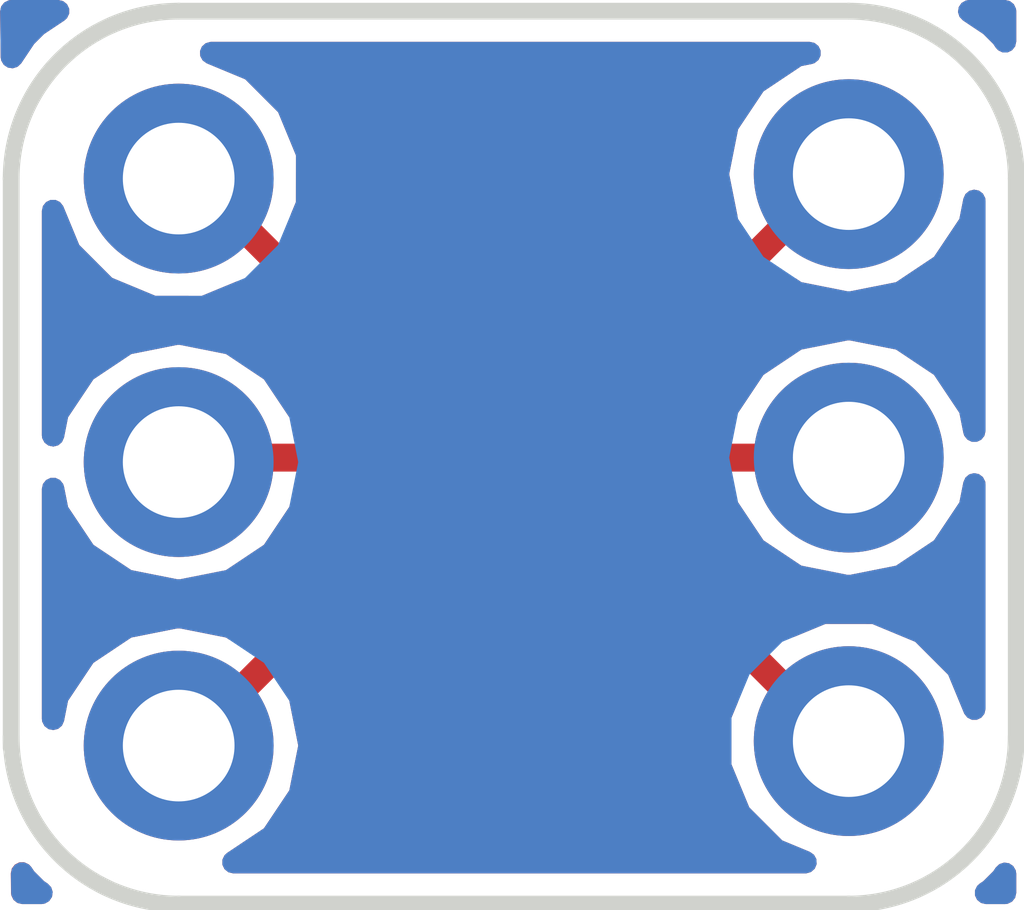
<source format=kicad_pcb>
(kicad_pcb (version 4) (host pcbnew 4.0.7)

  (general
    (links 0)
    (no_connects 6)
    (area 0 0 0 0)
    (thickness 1.6)
    (drawings 8)
    (tracks 15)
    (zones 0)
    (modules 4)
    (nets 7)
  )

  (page A4)
  (layers
    (0 F.Cu signal)
    (31 B.Cu signal)
    (32 B.Adhes user)
    (33 F.Adhes user)
    (34 B.Paste user)
    (35 F.Paste user)
    (36 B.SilkS user)
    (37 F.SilkS user)
    (38 B.Mask user)
    (39 F.Mask user)
    (40 Dwgs.User user)
    (41 Cmts.User user)
    (42 Eco1.User user)
    (43 Eco2.User user)
    (44 Edge.Cuts user)
    (45 Margin user)
    (46 B.CrtYd user)
    (47 F.CrtYd user)
    (48 B.Fab user)
    (49 F.Fab user)
  )

  (setup
    (last_trace_width 0.25)
    (trace_clearance 0.2)
    (zone_clearance 0.508)
    (zone_45_only no)
    (trace_min 0.2)
    (segment_width 0.2)
    (edge_width 0.15)
    (via_size 0.6)
    (via_drill 0.4)
    (via_min_size 0.4)
    (via_min_drill 0.3)
    (uvia_size 0.3)
    (uvia_drill 0.1)
    (uvias_allowed no)
    (uvia_min_size 0.2)
    (uvia_min_drill 0.1)
    (pcb_text_width 0.3)
    (pcb_text_size 1.5 1.5)
    (mod_edge_width 0.15)
    (mod_text_size 1 1)
    (mod_text_width 0.15)
    (pad_size 1.524 1.524)
    (pad_drill 0.762)
    (pad_to_mask_clearance 0)
    (aux_axis_origin 0 0)
    (visible_elements FFFFFF7F)
    (pcbplotparams
      (layerselection 0x00030_80000001)
      (usegerberextensions false)
      (excludeedgelayer true)
      (linewidth 0.100000)
      (plotframeref false)
      (viasonmask false)
      (mode 1)
      (useauxorigin false)
      (hpglpennumber 1)
      (hpglpenspeed 20)
      (hpglpendiameter 15)
      (hpglpenoverlay 2)
      (psnegative false)
      (psa4output false)
      (plotreference true)
      (plotvalue true)
      (plotinvisibletext false)
      (padsonsilk false)
      (subtractmaskfromsilk false)
      (outputformat 1)
      (mirror false)
      (drillshape 1)
      (scaleselection 1)
      (outputdirectory ""))
  )

  (net 0 "")
  (net 1 "Net-(J1-Pad1)")
  (net 2 "Net-(J1-Pad2)")
  (net 3 "Net-(J1-Pad3)")
  (net 4 "Net-(J2-Pad1)")
  (net 5 "Net-(J2-Pad2)")
  (net 6 "Net-(J2-Pad3)")

  (net_class Default "This is the default net class."
    (clearance 0.2)
    (trace_width 0.25)
    (via_dia 0.6)
    (via_drill 0.4)
    (uvia_dia 0.3)
    (uvia_drill 0.1)
    (add_net "Net-(J1-Pad1)")
    (add_net "Net-(J1-Pad2)")
    (add_net "Net-(J1-Pad3)")
    (add_net "Net-(J2-Pad1)")
    (add_net "Net-(J2-Pad2)")
    (add_net "Net-(J2-Pad3)")
  )

  (module TO_SOT_Packages_SMD:SOT-23-6 (layer F.Cu) (tedit 5B5AC8F4) (tstamp 5B5AC85A)
    (at 145 104.5)
    (descr "6-pin SOT-23 package")
    (tags SOT-23-6)
    (path /5B5AC660)
    (attr smd)
    (fp_text reference U1 (at 0 -2.9) (layer F.SilkS) hide
      (effects (font (size 1 1) (thickness 0.15)))
    )
    (fp_text value ATTINY10-TS (at 0 2.9) (layer F.Fab) hide
      (effects (font (size 1 1) (thickness 0.15)))
    )
    (pad 1 smd rect (at -1.1 -0.95) (size 1.06 0.65) (layers F.Cu F.Paste F.Mask)
      (net 1 "Net-(J1-Pad1)"))
    (pad 2 smd rect (at -1.1 0) (size 1.06 0.65) (layers F.Cu F.Paste F.Mask)
      (net 2 "Net-(J1-Pad2)"))
    (pad 3 smd rect (at -1.1 0.95) (size 1.06 0.65) (layers F.Cu F.Paste F.Mask)
      (net 3 "Net-(J1-Pad3)"))
    (pad 4 smd rect (at 1.1 0.95) (size 1.06 0.65) (layers F.Cu F.Paste F.Mask)
      (net 4 "Net-(J2-Pad1)"))
    (pad 6 smd rect (at 1.1 -0.95) (size 1.06 0.65) (layers F.Cu F.Paste F.Mask)
      (net 6 "Net-(J2-Pad3)"))
    (pad 5 smd rect (at 1.1 0) (size 1.06 0.65) (layers F.Cu F.Paste F.Mask)
      (net 5 "Net-(J2-Pad2)"))
    (model ${KISYS3DMOD}/TO_SOT_Packages_SMD.3dshapes/SOT-23-6.wrl
      (at (xyz 0 0 0))
      (scale (xyz 1 1 1))
      (rotate (xyz 0 0 0))
    )
  )

  (module Pin_Headers:Pin_Header_Straight_1x03_Pitch2.54mm (layer F.Cu) (tedit 5B5AC8D1) (tstamp 5B5AC850)
    (at 148 107.04 180)
    (descr "Through hole straight pin header, 1x03, 2.54mm pitch, single row")
    (tags "Through hole pin header THT 1x03 2.54mm single row")
    (path /5B5AC6F6)
    (fp_text reference J2 (at 0 -2.33 180) (layer F.SilkS) hide
      (effects (font (size 1 1) (thickness 0.15)))
    )
    (fp_text value CONN_03JST-PTH (at 0 7.41 180) (layer F.Fab) hide
      (effects (font (size 1 1) (thickness 0.15)))
    )
    (pad 1 thru_hole circle (at 0 0 180) (size 1.7 1.7) (drill 1) (layers *.Cu *.Mask)
      (net 4 "Net-(J2-Pad1)"))
    (pad 2 thru_hole oval (at 0 2.54 180) (size 1.7 1.7) (drill 1) (layers *.Cu *.Mask)
      (net 5 "Net-(J2-Pad2)"))
    (pad 3 thru_hole oval (at 0 5.08 180) (size 1.7 1.7) (drill 1) (layers *.Cu *.Mask)
      (net 6 "Net-(J2-Pad3)"))
    (model ${KISYS3DMOD}/Pin_Headers.3dshapes/Pin_Header_Straight_1x03_Pitch2.54mm.wrl
      (at (xyz 0 0 0))
      (scale (xyz 1 1 1))
      (rotate (xyz 0 0 0))
    )
  )

  (module Pin_Headers:Pin_Header_Straight_1x03_Pitch2.54mm (layer F.Cu) (tedit 5B5AC89B) (tstamp 5B5AC849)
    (at 142 102)
    (descr "Through hole straight pin header, 1x03, 2.54mm pitch, single row")
    (tags "Through hole pin header THT 1x03 2.54mm single row")
    (path /5B5AC72C)
    (fp_text reference J1 (at 0 -2.33) (layer F.SilkS) hide
      (effects (font (size 1 1) (thickness 0.15)))
    )
    (fp_text value CONN_03JST-PTH (at 0 7.41) (layer F.Fab) hide
      (effects (font (size 1 1) (thickness 0.15)))
    )
    (pad 1 thru_hole circle (at 0 0) (size 1.7 1.7) (drill 1) (layers *.Cu *.Mask)
      (net 1 "Net-(J1-Pad1)"))
    (pad 2 thru_hole oval (at 0 2.54) (size 1.7 1.7) (drill 1) (layers *.Cu *.Mask)
      (net 2 "Net-(J1-Pad2)"))
    (pad 3 thru_hole oval (at 0 5.08) (size 1.7 1.7) (drill 1) (layers *.Cu *.Mask)
      (net 3 "Net-(J1-Pad3)"))
    (model ${KISYS3DMOD}/Pin_Headers.3dshapes/Pin_Header_Straight_1x03_Pitch2.54mm.wrl
      (at (xyz 0 0 0))
      (scale (xyz 1 1 1))
      (rotate (xyz 0 0 0))
    )
  )

  (module LOGO:logomini (layer B.Cu) (tedit 0) (tstamp 5B5ACC94)
    (at 145 104.4 270)
    (fp_text reference G*** (at 0 0 270) (layer B.SilkS) hide
      (effects (font (thickness 0.3)) (justify mirror))
    )
    (fp_text value LOGO (at 0.75 0 270) (layer B.SilkS) hide
      (effects (font (thickness 0.3)) (justify mirror))
    )
    (fp_poly (pts (xy -0.198041 -0.713978) (xy -0.197843 -1.190029) (xy -0.098822 -1.190228) (xy 0.000198 -1.190426)
      (xy 0.000198 -1.38926) (xy -0.396789 -1.38936) (xy -0.418854 -1.389365) (xy -0.440139 -1.38937)
      (xy -0.460654 -1.389374) (xy -0.480414 -1.389378) (xy -0.499429 -1.389381) (xy -0.517713 -1.389384)
      (xy -0.535278 -1.389386) (xy -0.552136 -1.389387) (xy -0.598597 -1.389387) (xy -0.612754 -1.389386)
      (xy -0.626267 -1.389384) (xy -0.639148 -1.389381) (xy -0.65141 -1.389377) (xy -0.663065 -1.389373)
      (xy -0.674125 -1.389369) (xy -0.684604 -1.389363) (xy -0.694514 -1.389357) (xy -0.703866 -1.38935)
      (xy -0.712674 -1.389342) (xy -0.72095 -1.389333) (xy -0.728707 -1.389323) (xy -0.735956 -1.389313)
      (xy -0.742711 -1.389302) (xy -0.748983 -1.38929) (xy -0.754786 -1.389277) (xy -0.760132 -1.389264)
      (xy -0.765032 -1.389249) (xy -0.769501 -1.389234) (xy -0.773549 -1.389217) (xy -0.777191 -1.3892)
      (xy -0.780437 -1.389182) (xy -0.783301 -1.389163) (xy -0.785795 -1.389142) (xy -0.787931 -1.389121)
      (xy -0.789722 -1.389099) (xy -0.791181 -1.389076) (xy -0.79232 -1.389052) (xy -0.793151 -1.389027)
      (xy -0.793686 -1.389001) (xy -0.793939 -1.388974) (xy -0.793964 -1.388963) (xy -0.79398 -1.388527)
      (xy -0.793995 -1.387331) (xy -0.794009 -1.38541) (xy -0.794022 -1.382796) (xy -0.794034 -1.379523)
      (xy -0.794044 -1.375627) (xy -0.794053 -1.371139) (xy -0.79406 -1.366096) (xy -0.794066 -1.360529)
      (xy -0.794071 -1.354473) (xy -0.794074 -1.347962) (xy -0.794076 -1.34103) (xy -0.794076 -1.333711)
      (xy -0.794075 -1.326038) (xy -0.794072 -1.318045) (xy -0.794067 -1.309766) (xy -0.794061 -1.301236)
      (xy -0.794054 -1.292487) (xy -0.794051 -1.289446) (xy -0.793949 -1.190426) (xy -0.694929 -1.190228)
      (xy -0.595908 -1.190029) (xy -0.59571 -0.713978) (xy -0.595511 -0.237926) (xy -0.19824 -0.237926)
      (xy -0.198041 -0.713978)) (layer B.Mask) (width 0.01))
    (fp_poly (pts (xy 0.794146 -0.713978) (xy 0.794345 -1.190029) (xy 0.893365 -1.190228) (xy 0.992385 -1.190426)
      (xy 0.992385 -1.38926) (xy 0.595399 -1.38936) (xy 0.573333 -1.389365) (xy 0.552049 -1.38937)
      (xy 0.531533 -1.389374) (xy 0.511774 -1.389378) (xy 0.492759 -1.389381) (xy 0.474475 -1.389384)
      (xy 0.45691 -1.389386) (xy 0.440051 -1.389387) (xy 0.393591 -1.389387) (xy 0.379434 -1.389386)
      (xy 0.365921 -1.389384) (xy 0.35304 -1.389381) (xy 0.340778 -1.389377) (xy 0.329123 -1.389373)
      (xy 0.318062 -1.389369) (xy 0.307583 -1.389363) (xy 0.297674 -1.389357) (xy 0.288321 -1.38935)
      (xy 0.279513 -1.389342) (xy 0.271237 -1.389333) (xy 0.263481 -1.389323) (xy 0.256232 -1.389313)
      (xy 0.249477 -1.389302) (xy 0.243204 -1.38929) (xy 0.237402 -1.389277) (xy 0.232056 -1.389264)
      (xy 0.227155 -1.389249) (xy 0.222687 -1.389234) (xy 0.218638 -1.389217) (xy 0.214997 -1.3892)
      (xy 0.21175 -1.389182) (xy 0.208887 -1.389163) (xy 0.206393 -1.389142) (xy 0.204256 -1.389121)
      (xy 0.202465 -1.389099) (xy 0.201006 -1.389076) (xy 0.199868 -1.389052) (xy 0.199037 -1.389027)
      (xy 0.198501 -1.389001) (xy 0.198248 -1.388974) (xy 0.198224 -1.388963) (xy 0.198207 -1.388527)
      (xy 0.198192 -1.387331) (xy 0.198178 -1.38541) (xy 0.198165 -1.382796) (xy 0.198154 -1.379523)
      (xy 0.198144 -1.375627) (xy 0.198135 -1.371139) (xy 0.198127 -1.366096) (xy 0.198121 -1.360529)
      (xy 0.198117 -1.354473) (xy 0.198113 -1.347962) (xy 0.198112 -1.34103) (xy 0.198111 -1.333711)
      (xy 0.198113 -1.326038) (xy 0.198116 -1.318045) (xy 0.19812 -1.309766) (xy 0.198126 -1.301236)
      (xy 0.198134 -1.292487) (xy 0.198137 -1.289446) (xy 0.198239 -1.190426) (xy 0.297259 -1.190228)
      (xy 0.396279 -1.190029) (xy 0.396478 -0.713978) (xy 0.396676 -0.237926) (xy 0.793948 -0.237926)
      (xy 0.794146 -0.713978)) (layer B.Mask) (width 0.01))
    (fp_poly (pts (xy 1.587698 -1.190823) (xy 1.488368 -1.190923) (xy 1.477515 -1.190933) (xy 1.467432 -1.190941)
      (xy 1.458092 -1.190947) (xy 1.449472 -1.19095) (xy 1.441546 -1.190951) (xy 1.434289 -1.190949)
      (xy 1.427677 -1.190944) (xy 1.421685 -1.190936) (xy 1.416287 -1.190926) (xy 1.411459 -1.190912)
      (xy 1.407176 -1.190896) (xy 1.403414 -1.190876) (xy 1.400147 -1.190852) (xy 1.39735 -1.190826)
      (xy 1.394999 -1.190795) (xy 1.393068 -1.190762) (xy 1.391533 -1.190724) (xy 1.39037 -1.190682)
      (xy 1.389552 -1.190637) (xy 1.389056 -1.190588) (xy 1.388856 -1.190534) (xy 1.38885 -1.190526)
      (xy 1.388833 -1.19009) (xy 1.388815 -1.188894) (xy 1.388797 -1.186973) (xy 1.388779 -1.184359)
      (xy 1.388762 -1.181087) (xy 1.388744 -1.177191) (xy 1.388726 -1.172706) (xy 1.388708 -1.167663)
      (xy 1.388691 -1.162099) (xy 1.388674 -1.156046) (xy 1.388658 -1.149539) (xy 1.388642 -1.142611)
      (xy 1.388627 -1.135297) (xy 1.388613 -1.12763) (xy 1.3886 -1.119645) (xy 1.388588 -1.111374)
      (xy 1.388577 -1.102853) (xy 1.388567 -1.094115) (xy 1.388564 -1.091406) (xy 1.388467 -0.992782)
      (xy 1.110853 -0.992584) (xy 0.833239 -0.992385) (xy 0.833239 -0.595114) (xy 1.110853 -0.594915)
      (xy 1.388467 -0.594717) (xy 1.388665 -0.495696) (xy 1.388864 -0.396676) (xy 1.587698 -0.396676)
      (xy 1.587698 -1.190823)) (layer B.Mask) (width 0.01))
    (fp_poly (pts (xy -0.634802 0.595115) (xy -0.818754 0.594877) (xy -0.830808 0.594861) (xy -0.842667 0.594844)
      (xy -0.854305 0.594826) (xy -0.865698 0.594808) (xy -0.876821 0.594789) (xy -0.887648 0.59477)
      (xy -0.898155 0.59475) (xy -0.908316 0.594729) (xy -0.918108 0.594709) (xy -0.927504 0.594688)
      (xy -0.936481 0.594667) (xy -0.945012 0.594646) (xy -0.953074 0.594624) (xy -0.960641 0.594603)
      (xy -0.967689 0.594582) (xy -0.974191 0.594561) (xy -0.980125 0.59454) (xy -0.985463 0.594519)
      (xy -0.990183 0.594499) (xy -0.994258 0.594479) (xy -0.997663 0.594459) (xy -1.000375 0.59444)
      (xy -1.002367 0.594422) (xy -1.003615 0.594404) (xy -1.004094 0.594388) (xy -1.004938 0.594272)
      (xy -1.006414 0.594108) (xy -1.008362 0.593912) (xy -1.010625 0.5937) (xy -1.012627 0.593523)
      (xy -1.016354 0.593134) (xy -1.020495 0.592582) (xy -1.024891 0.591897) (xy -1.02938 0.591111)
      (xy -1.0338 0.590253) (xy -1.037991 0.589354) (xy -1.041791 0.588444) (xy -1.045038 0.587554)
      (xy -1.046361 0.587141) (xy -1.047735 0.586703) (xy -1.049512 0.586157) (xy -1.051332 0.585612)
      (xy -1.051521 0.585557) (xy -1.053953 0.584819) (xy -1.056389 0.584036) (xy -1.058637 0.583272)
      (xy -1.060508 0.582592) (xy -1.061811 0.582061) (xy -1.06184 0.582048) (xy -1.062979 0.581573)
      (xy -1.06438 0.581049) (xy -1.064816 0.580898) (xy -1.066734 0.580183) (xy -1.069128 0.579189)
      (xy -1.071773 0.578009) (xy -1.073349 0.577271) (xy -1.074615 0.57667) (xy -1.07631 0.575868)
      (xy -1.078145 0.575002) (xy -1.078905 0.574643) (xy -1.081286 0.57347) (xy -1.084258 0.571916)
      (xy -1.087738 0.570026) (xy -1.091645 0.567844) (xy -1.093986 0.566512) (xy -1.095008 0.565901)
      (xy -1.096421 0.56502) (xy -1.098061 0.563976) (xy -1.099767 0.562873) (xy -1.101375 0.561818)
      (xy -1.102724 0.560916) (xy -1.103651 0.560272) (xy -1.103919 0.560068) (xy -1.104515 0.559632)
      (xy -1.105421 0.559026) (xy -1.105506 0.558971) (xy -1.108143 0.557169) (xy -1.111208 0.55489)
      (xy -1.114584 0.552233) (xy -1.118151 0.549297) (xy -1.121792 0.546179) (xy -1.125389 0.54298)
      (xy -1.128822 0.539797) (xy -1.131057 0.537641) (xy -1.134005 0.534653) (xy -1.137112 0.531343)
      (xy -1.14028 0.527828) (xy -1.143411 0.524225) (xy -1.146404 0.52065) (xy -1.149161 0.517221)
      (xy -1.151584 0.514054) (xy -1.153574 0.511265) (xy -1.154284 0.510194) (xy -1.154892 0.509278)
      (xy -1.155355 0.508638) (xy -1.155381 0.508606) (xy -1.155841 0.507976) (xy -1.156616 0.506836)
      (xy -1.157602 0.505348) (xy -1.158692 0.503674) (xy -1.159781 0.501978) (xy -1.160763 0.500422)
      (xy -1.161533 0.499169) (xy -1.161825 0.498674) (xy -1.164152 0.494563) (xy -1.16621 0.490834)
      (xy -1.167958 0.487568) (xy -1.169349 0.484847) (xy -1.169956 0.483593) (xy -1.170807 0.481786)
      (xy -1.171654 0.479995) (xy -1.172358 0.47851) (xy -1.172584 0.478036) (xy -1.173827 0.475348)
      (xy -1.174942 0.472779) (xy -1.175832 0.470556) (xy -1.17621 0.469504) (xy -1.176708 0.468124)
      (xy -1.177221 0.466843) (xy -1.177361 0.466527) (xy -1.177886 0.465244) (xy -1.178562 0.463388)
      (xy -1.179324 0.461149) (xy -1.180108 0.458716) (xy -1.180848 0.456281) (xy -1.180869 0.456208)
      (xy -1.181407 0.454406) (xy -1.181958 0.452606) (xy -1.182414 0.45117) (xy -1.182453 0.451049)
      (xy -1.183141 0.448734) (xy -1.183899 0.445791) (xy -1.184697 0.442377) (xy -1.185502 0.438652)
      (xy -1.186284 0.434773) (xy -1.18701 0.4309) (xy -1.187649 0.427191) (xy -1.188169 0.423805)
      (xy -1.188539 0.420899) (xy -1.188621 0.420093) (xy -1.188707 0.419191) (xy -1.188789 0.418345)
      (xy -1.188869 0.41754) (xy -1.188946 0.416761) (xy -1.18902 0.415994) (xy -1.18909 0.415222)
      (xy -1.189159 0.414433) (xy -1.189224 0.413609) (xy -1.189286 0.412737) (xy -1.189346 0.411802)
      (xy -1.189404 0.410789) (xy -1.189459 0.409682) (xy -1.189511 0.408468) (xy -1.189561 0.407131)
      (xy -1.189608 0.405656) (xy -1.189654 0.404028) (xy -1.189697 0.402232) (xy -1.189738 0.400254)
      (xy -1.189776 0.398079) (xy -1.189813 0.395691) (xy -1.189848 0.393076) (xy -1.18988 0.390219)
      (xy -1.189911 0.387105) (xy -1.18994 0.383719) (xy -1.189967 0.380046) (xy -1.189992 0.376071)
      (xy -1.190016 0.37178) (xy -1.190038 0.367157) (xy -1.190058 0.362188) (xy -1.190077 0.356858)
      (xy -1.190095 0.351151) (xy -1.190111 0.345053) (xy -1.190126 0.338549) (xy -1.190139 0.331624)
      (xy -1.190152 0.324263) (xy -1.190163 0.316452) (xy -1.190173 0.308175) (xy -1.190182 0.299417)
      (xy -1.19019 0.290164) (xy -1.190197 0.2804) (xy -1.190203 0.270112) (xy -1.190208 0.259283)
      (xy -1.190213 0.247899) (xy -1.190217 0.235945) (xy -1.19022 0.223406) (xy -1.190223 0.210268)
      (xy -1.190225 0.196514) (xy -1.190226 0.182132) (xy -1.190228 0.167105) (xy -1.190228 0.151418)
      (xy -1.190229 0.135057) (xy -1.190229 0.021898) (xy -1.190228 0.0004) (xy -1.190228 0)
      (xy -1.190229 -0.021512) (xy -1.190229 -0.134751) (xy -1.190228 -0.151124) (xy -1.190228 -0.166823)
      (xy -1.190226 -0.181862) (xy -1.190225 -0.196257) (xy -1.190223 -0.210021) (xy -1.19022 -0.223171)
      (xy -1.190217 -0.23572) (xy -1.190213 -0.247685) (xy -1.190208 -0.259079) (xy -1.190203 -0.269918)
      (xy -1.190197 -0.280216) (xy -1.19019 -0.289989) (xy -1.190182 -0.299252) (xy -1.190173 -0.308018)
      (xy -1.190163 -0.316304) (xy -1.190152 -0.324124) (xy -1.19014 -0.331493) (xy -1.190126 -0.338425)
      (xy -1.190111 -0.344937) (xy -1.190095 -0.351042) (xy -1.190078 -0.356756) (xy -1.190059 -0.362093)
      (xy -1.190038 -0.367069) (xy -1.190016 -0.371698) (xy -1.189993 -0.375995) (xy -1.189967 -0.379975)
      (xy -1.18994 -0.383653) (xy -1.189911 -0.387044) (xy -1.189881 -0.390163) (xy -1.189848 -0.393025)
      (xy -1.189814 -0.395644) (xy -1.189777 -0.398036) (xy -1.189738 -0.400215) (xy -1.189698 -0.402197)
      (xy -1.189655 -0.403995) (xy -1.189609 -0.405626) (xy -1.189562 -0.407104) (xy -1.189512 -0.408444)
      (xy -1.18946 -0.40966) (xy -1.189405 -0.410769) (xy -1.189347 -0.411783) (xy -1.189288 -0.41272)
      (xy -1.189225 -0.413593) (xy -1.18916 -0.414417) (xy -1.189092 -0.415207) (xy -1.189021 -0.415979)
      (xy -1.188947 -0.416746) (xy -1.188871 -0.417525) (xy -1.188791 -0.418329) (xy -1.188708 -0.419174)
      (xy -1.188622 -0.420075) (xy -1.188621 -0.420092) (xy -1.188306 -0.422809) (xy -1.18783 -0.426058)
      (xy -1.187226 -0.429681) (xy -1.186525 -0.433518) (xy -1.185758 -0.437412) (xy -1.184957 -0.441204)
      (xy -1.184153 -0.444735) (xy -1.183379 -0.447847) (xy -1.182665 -0.450381) (xy -1.182453 -0.451048)
      (xy -1.182016 -0.452422) (xy -1.181469 -0.454199) (xy -1.180925 -0.456019) (xy -1.180869 -0.456207)
      (xy -1.180131 -0.45864) (xy -1.179348 -0.461075) (xy -1.178584 -0.463323) (xy -1.177905 -0.465194)
      (xy -1.177374 -0.466497) (xy -1.177361 -0.466526) (xy -1.176885 -0.467665) (xy -1.176361 -0.469067)
      (xy -1.17621 -0.469503) (xy -1.175496 -0.471421) (xy -1.174501 -0.473815) (xy -1.173322 -0.47646)
      (xy -1.172584 -0.478035) (xy -1.171982 -0.479301) (xy -1.17118 -0.480996) (xy -1.170314 -0.482831)
      (xy -1.169956 -0.483592) (xy -1.168782 -0.485973) (xy -1.167229 -0.488944) (xy -1.165339 -0.492424)
      (xy -1.163157 -0.496331) (xy -1.161825 -0.498673) (xy -1.161213 -0.499695) (xy -1.160332 -0.501107)
      (xy -1.159288 -0.502748) (xy -1.158186 -0.504453) (xy -1.157131 -0.506062) (xy -1.156228 -0.507411)
      (xy -1.155584 -0.508337) (xy -1.155381 -0.508605) (xy -1.154944 -0.509202) (xy -1.154339 -0.510107)
      (xy -1.154284 -0.510193) (xy -1.152481 -0.51283) (xy -1.150203 -0.515895) (xy -1.147546 -0.51927)
      (xy -1.144609 -0.522838) (xy -1.141492 -0.526479) (xy -1.138292 -0.530075) (xy -1.13511 -0.533509)
      (xy -1.132953 -0.535743) (xy -1.129965 -0.538691) (xy -1.126655 -0.541799) (xy -1.12314 -0.544967)
      (xy -1.119537 -0.548097) (xy -1.115963 -0.55109) (xy -1.112533 -0.553848) (xy -1.109366 -0.556271)
      (xy -1.106578 -0.558261) (xy -1.105506 -0.55897) (xy -1.104591 -0.559579) (xy -1.103951 -0.560041)
      (xy -1.103919 -0.560067) (xy -1.103289 -0.560527) (xy -1.102148 -0.561303) (xy -1.10066 -0.562288)
      (xy -1.098987 -0.563378) (xy -1.097291 -0.564467) (xy -1.095735 -0.56545) (xy -1.094481 -0.56622)
      (xy -1.093986 -0.566511) (xy -1.089875 -0.568838) (xy -1.086146 -0.570897) (xy -1.082881 -0.572644)
      (xy -1.080159 -0.574036) (xy -1.078905 -0.574642) (xy -1.077099 -0.575494) (xy -1.075308 -0.57634)
      (xy -1.073822 -0.577045) (xy -1.073349 -0.57727) (xy -1.07066 -0.578514) (xy -1.068092 -0.579628)
      (xy -1.065868 -0.580518) (xy -1.064816 -0.580897) (xy -1.063436 -0.581395) (xy -1.062156 -0.581907)
      (xy -1.06184 -0.582047) (xy -1.060557 -0.582572) (xy -1.058701 -0.583249) (xy -1.056461 -0.584011)
      (xy -1.054028 -0.584794) (xy -1.051593 -0.585535) (xy -1.051521 -0.585556) (xy -1.049718 -0.586093)
      (xy -1.047919 -0.586645) (xy -1.046482 -0.5871) (xy -1.046361 -0.58714) (xy -1.043438 -0.588009)
      (xy -1.039884 -0.588913) (xy -1.035862 -0.589821) (xy -1.031533 -0.590703) (xy -1.027057 -0.591527)
      (xy -1.022596 -0.592265) (xy -1.018312 -0.592885) (xy -1.014365 -0.593356) (xy -1.012627 -0.593522)
      (xy -1.010225 -0.593735) (xy -1.008004 -0.593946) (xy -1.006125 -0.594138) (xy -1.004745 -0.594295)
      (xy -1.004094 -0.594387) (xy -1.00361 -0.594404) (xy -1.002357 -0.594421) (xy -1.000359 -0.59444)
      (xy -0.997643 -0.594459) (xy -0.994233 -0.594478) (xy -0.990154 -0.594498) (xy -0.985431 -0.594518)
      (xy -0.980088 -0.594539) (xy -0.974151 -0.59456) (xy -0.967645 -0.594581) (xy -0.960594 -0.594602)
      (xy -0.953023 -0.594623) (xy -0.944959 -0.594645) (xy -0.936424 -0.594666) (xy -0.927445 -0.594687)
      (xy -0.918045 -0.594708) (xy -0.908251 -0.594729) (xy -0.898087 -0.594749) (xy -0.887578 -0.594769)
      (xy -0.876749 -0.594788) (xy -0.865625 -0.594807) (xy -0.85423 -0.594825) (xy -0.842591 -0.594843)
      (xy -0.83073 -0.59486) (xy -0.818754 -0.594876) (xy -0.634802 -0.595114) (xy -0.634802 -0.992385)
      (xy -0.823715 -0.992425) (xy -0.835987 -0.992426) (xy -0.848086 -0.992427) (xy -0.859988 -0.992426)
      (xy -0.871666 -0.992424) (xy -0.883094 -0.992421) (xy -0.894248 -0.992417) (xy -0.905101 -0.992412)
      (xy -0.915627 -0.992405) (xy -0.925802 -0.992397) (xy -0.9356 -0.992389) (xy -0.944994 -0.992379)
      (xy -0.953959 -0.992369) (xy -0.96247 -0.992357) (xy -0.970502 -0.992345) (xy -0.978027 -0.992331)
      (xy -0.985021 -0.992317) (xy -0.991458 -0.992302) (xy -0.997313 -0.992287) (xy -1.00256 -0.99227)
      (xy -1.007172 -0.992253) (xy -1.011125 -0.992236) (xy -1.014394 -0.992218) (xy -1.016951 -0.992199)
      (xy -1.018772 -0.992179) (xy -1.019831 -0.99216) (xy -1.019969 -0.992155) (xy -1.024468 -0.991953)
      (xy -1.028726 -0.991739) (xy -1.032658 -0.991519) (xy -1.036177 -0.991296) (xy -1.0392 -0.991078)
      (xy -1.041639 -0.99087) (xy -1.04341 -0.990677) (xy -1.04398 -0.990594) (xy -1.045064 -0.990446)
      (xy -1.046791 -0.990249) (xy -1.049012 -0.990017) (xy -1.05158 -0.989766) (xy -1.054347 -0.989511)
      (xy -1.055787 -0.989384) (xy -1.058575 -0.989135) (xy -1.061218 -0.988884) (xy -1.063576 -0.988645)
      (xy -1.065503 -0.988435) (xy -1.066859 -0.988267) (xy -1.067296 -0.9882) (xy -1.068423 -0.988021)
      (xy -1.070142 -0.987772) (xy -1.072258 -0.987481) (xy -1.074576 -0.987175) (xy -1.07573 -0.987026)
      (xy -1.07834 -0.986679) (xy -1.081098 -0.986286) (xy -1.083721 -0.985888) (xy -1.085922 -0.985527)
      (xy -1.086446 -0.985435) (xy -1.088811 -0.985013) (xy -1.091529 -0.984534) (xy -1.094171 -0.984073)
      (xy -1.095375 -0.983865) (xy -1.10183 -0.982709) (xy -1.108538 -0.981426) (xy -1.115323 -0.980052)
      (xy -1.122008 -0.978625) (xy -1.128417 -0.977182) (xy -1.134374 -0.975761) (xy -1.13923 -0.974524)
      (xy -1.141664 -0.973888) (xy -1.144247 -0.973223) (xy -1.146679 -0.972605) (xy -1.148662 -0.972112)
      (xy -1.148755 -0.972089) (xy -1.150483 -0.971651) (xy -1.151957 -0.971246) (xy -1.152984 -0.97093)
      (xy -1.153321 -0.970797) (xy -1.15399 -0.970545) (xy -1.15518 -0.970191) (xy -1.156637 -0.969809)
      (xy -1.156694 -0.969795) (xy -1.158375 -0.969356) (xy -1.160447 -0.968773) (xy -1.162549 -0.96815)
      (xy -1.163241 -0.967936) (xy -1.165413 -0.96726) (xy -1.167907 -0.96649) (xy -1.170285 -0.96576)
      (xy -1.17098 -0.965548) (xy -1.172903 -0.964949) (xy -1.174781 -0.964342) (xy -1.176333 -0.963819)
      (xy -1.176933 -0.963604) (xy -1.178346 -0.963114) (xy -1.180134 -0.962539) (xy -1.181894 -0.962009)
      (xy -1.183362 -0.96156) (xy -1.184541 -0.961155) (xy -1.185215 -0.960869) (xy -1.185268 -0.960834)
      (xy -1.185819 -0.960578) (xy -1.186917 -0.960186) (xy -1.188345 -0.959734) (xy -1.188641 -0.959647)
      (xy -1.190254 -0.959148) (xy -1.19172 -0.958651) (xy -1.192745 -0.958256) (xy -1.192808 -0.958228)
      (xy -1.193787 -0.957821) (xy -1.19521 -0.957277) (xy -1.196771 -0.956714) (xy -1.196777 -0.956712)
      (xy -1.197959 -0.956296) (xy -1.199195 -0.955854) (xy -1.200611 -0.955339) (xy -1.202334 -0.954704)
      (xy -1.20449 -0.953904) (xy -1.207204 -0.952892) (xy -1.208683 -0.95234) (xy -1.210199 -0.951751)
      (xy -1.211542 -0.951189) (xy -1.212431 -0.950774) (xy -1.212454 -0.950762) (xy -1.213394 -0.950335)
      (xy -1.214733 -0.949826) (xy -1.215629 -0.949522) (xy -1.216889 -0.949088) (xy -1.21785 -0.948702)
      (xy -1.218209 -0.948511) (xy -1.218776 -0.948206) (xy -1.219829 -0.94774) (xy -1.220789 -0.947353)
      (xy -1.222451 -0.946694) (xy -1.224278 -0.945947) (xy -1.226105 -0.945182) (xy -1.227767 -0.94447)
      (xy -1.2291 -0.943881) (xy -1.229938 -0.943484) (xy -1.230115 -0.943385) (xy -1.23073 -0.94307)
      (xy -1.231725 -0.942657) (xy -1.2319 -0.942591) (xy -1.232989 -0.942154) (xy -1.234461 -0.941524)
      (xy -1.235869 -0.940895) (xy -1.237542 -0.940131) (xy -1.239267 -0.939343) (xy -1.240433 -0.938811)
      (xy -1.24771 -0.93541) (xy -1.255363 -0.931685) (xy -1.263188 -0.92774) (xy -1.270979 -0.923682)
      (xy -1.278529 -0.919618) (xy -1.285634 -0.915653) (xy -1.288852 -0.913802) (xy -1.290763 -0.912694)
      (xy -1.292658 -0.911603) (xy -1.294307 -0.910661) (xy -1.2954 -0.910044) (xy -1.296682 -0.909305)
      (xy -1.298375 -0.908297) (xy -1.300219 -0.907175) (xy -1.301354 -0.906472) (xy -1.30316 -0.905351)
      (xy -1.30498 -0.904233) (xy -1.306555 -0.903276) (xy -1.307307 -0.902827) (xy -1.308508 -0.902103)
      (xy -1.309452 -0.901513) (xy -1.309886 -0.901219) (xy -1.310403 -0.900857) (xy -1.311381 -0.900209)
      (xy -1.312615 -0.899411) (xy -1.312665 -0.899379) (xy -1.313866 -0.898601) (xy -1.315545 -0.8975)
      (xy -1.317572 -0.896162) (xy -1.319819 -0.894674) (xy -1.322154 -0.893121) (xy -1.324449 -0.89159)
      (xy -1.326575 -0.890168) (xy -1.328401 -0.888939) (xy -1.329798 -0.887992) (xy -1.330524 -0.88749)
      (xy -1.331555 -0.886772) (xy -1.333004 -0.88577) (xy -1.334634 -0.884648) (xy -1.335485 -0.884065)
      (xy -1.337035 -0.882992) (xy -1.338451 -0.881994) (xy -1.339529 -0.881213) (xy -1.339925 -0.880913)
      (xy -1.340897 -0.880171) (xy -1.342135 -0.87926) (xy -1.342703 -0.878851) (xy -1.343831 -0.878038)
      (xy -1.345254 -0.876997) (xy -1.34684 -0.875828) (xy -1.348455 -0.874629) (xy -1.349967 -0.873499)
      (xy -1.351241 -0.872539) (xy -1.352146 -0.871846) (xy -1.352548 -0.871521) (xy -1.35255 -0.871518)
      (xy -1.352976 -0.871175) (xy -1.353803 -0.870579) (xy -1.354138 -0.870347) (xy -1.35514 -0.869618)
      (xy -1.356476 -0.868592) (xy -1.357873 -0.867482) (xy -1.357986 -0.867389) (xy -1.359525 -0.866149)
      (xy -1.361167 -0.864847) (xy -1.362514 -0.863798) (xy -1.36403 -0.862611) (xy -1.36595 -0.861075)
      (xy -1.368072 -0.859351) (xy -1.370195 -0.857604) (xy -1.371483 -0.85653) (xy -1.372682 -0.855528)
      (xy -1.37393 -0.854491) (xy -1.374063 -0.854382) (xy -1.375397 -0.853266) (xy -1.377114 -0.851811)
      (xy -1.379093 -0.85012) (xy -1.381214 -0.848298) (xy -1.383357 -0.846449) (xy -1.3854 -0.844678)
      (xy -1.387222 -0.843087) (xy -1.388705 -0.841782) (xy -1.389726 -0.840866) (xy -1.38986 -0.840743)
      (xy -1.390887 -0.839795) (xy -1.392352 -0.838448) (xy -1.394106 -0.836839) (xy -1.395999 -0.835105)
      (xy -1.397397 -0.833826) (xy -1.399489 -0.831878) (xy -1.402028 -0.829455) (xy -1.404915 -0.826655)
      (xy -1.408052 -0.823578) (xy -1.411338 -0.820324) (xy -1.414674 -0.816992) (xy -1.417961 -0.813681)
      (xy -1.421099 -0.810491) (xy -1.42399 -0.807521) (xy -1.426532 -0.804871) (xy -1.428628 -0.802639)
      (xy -1.429139 -0.802084) (xy -1.430878 -0.800183) (xy -1.432592 -0.798312) (xy -1.434146 -0.79662)
      (xy -1.435401 -0.795256) (xy -1.436057 -0.794546) (xy -1.436885 -0.793628) (xy -1.438123 -0.792225)
      (xy -1.439667 -0.790459) (xy -1.441412 -0.788449) (xy -1.443254 -0.786316) (xy -1.445089 -0.784182)
      (xy -1.446813 -0.782166) (xy -1.448322 -0.780388) (xy -1.449511 -0.778971) (xy -1.449695 -0.778749)
      (xy -1.450703 -0.777535) (xy -1.451735 -0.776298) (xy -1.451844 -0.776169) (xy -1.453518 -0.774155)
      (xy -1.455276 -0.772009) (xy -1.456953 -0.769935) (xy -1.458386 -0.768133) (xy -1.459111 -0.767201)
      (xy -1.460198 -0.765806) (xy -1.461502 -0.764162) (xy -1.462703 -0.762673) (xy -1.463813 -0.761284)
      (xy -1.464859 -0.759931) (xy -1.465628 -0.75889) (xy -1.465674 -0.758825) (xy -1.4664 -0.757802)
      (xy -1.467007 -0.756983) (xy -1.467119 -0.75684) (xy -1.468048 -0.755654) (xy -1.469266 -0.754061)
      (xy -1.470595 -0.752297) (xy -1.471857 -0.750599) (xy -1.472804 -0.7493) (xy -1.473842 -0.747864)
      (xy -1.474903 -0.746414) (xy -1.475558 -0.745529) (xy -1.476486 -0.74426) (xy -1.477549 -0.742766)
      (xy -1.478111 -0.741957) (xy -1.478975 -0.740708) (xy -1.480098 -0.739092) (xy -1.481283 -0.737393)
      (xy -1.481699 -0.736798) (xy -1.482743 -0.735286) (xy -1.484122 -0.73326) (xy -1.485737 -0.730869)
      (xy -1.487487 -0.728263) (xy -1.489274 -0.725588) (xy -1.490998 -0.722995) (xy -1.49256 -0.720632)
      (xy -1.493861 -0.718647) (xy -1.494697 -0.717351) (xy -1.495496 -0.716112) (xy -1.496151 -0.715119)
      (xy -1.496525 -0.714581) (xy -1.496532 -0.714573) (xy -1.49689 -0.71404) (xy -1.497505 -0.71305)
      (xy -1.49814 -0.711993) (xy -1.498911 -0.71071) (xy -1.499946 -0.709015) (xy -1.501083 -0.707169)
      (xy -1.501786 -0.70604) (xy -1.502899 -0.704236) (xy -1.503999 -0.702417) (xy -1.50493 -0.700843)
      (xy -1.505363 -0.700087) (xy -1.506057 -0.69886) (xy -1.507017 -0.697177) (xy -1.50811 -0.695268)
      (xy -1.509106 -0.693539) (xy -1.510779 -0.690605) (xy -1.512704 -0.687174) (xy -1.514767 -0.68345)
      (xy -1.516855 -0.679639) (xy -1.518855 -0.675948) (xy -1.520653 -0.672584) (xy -1.521115 -0.67171)
      (xy -1.522438 -0.669157) (xy -1.523935 -0.666203) (xy -1.525556 -0.66295) (xy -1.527253 -0.659496)
      (xy -1.528981 -0.655943) (xy -1.530689 -0.652391) (xy -1.532331 -0.648938) (xy -1.533858 -0.645686)
      (xy -1.535224 -0.642734) (xy -1.53638 -0.640182) (xy -1.537277 -0.63813) (xy -1.53787 -0.636679)
      (xy -1.537904 -0.636587) (xy -1.538317 -0.635565) (xy -1.53866 -0.634861) (xy -1.538698 -0.634801)
      (xy -1.53898 -0.634252) (xy -1.539487 -0.633131) (xy -1.54015 -0.631603) (xy -1.540899 -0.629833)
      (xy -1.541663 -0.627985) (xy -1.542372 -0.626225) (xy -1.542666 -0.625475) (xy -1.543176 -0.624228)
      (xy -1.543613 -0.62327) (xy -1.543825 -0.622896) (xy -1.54411 -0.62232) (xy -1.54452 -0.62125)
      (xy -1.544836 -0.620315) (xy -1.545324 -0.618912) (xy -1.54582 -0.617675) (xy -1.546075 -0.61714)
      (xy -1.546483 -0.616275) (xy -1.54704 -0.614945) (xy -1.54763 -0.613431) (xy -1.547653 -0.61337)
      (xy -1.548779 -0.610355) (xy -1.549671 -0.607956) (xy -1.550376 -0.606049) (xy -1.550941 -0.604506)
      (xy -1.551411 -0.603202) (xy -1.551834 -0.602011) (xy -1.552026 -0.601464) (xy -1.552588 -0.599903)
      (xy -1.553132 -0.598479) (xy -1.55354 -0.597497) (xy -1.553541 -0.597495) (xy -1.553922 -0.596527)
      (xy -1.554413 -0.595089) (xy -1.554916 -0.593477) (xy -1.55496 -0.593328) (xy -1.555414 -0.591861)
      (xy -1.555824 -0.590682) (xy -1.556112 -0.590008) (xy -1.556147 -0.589954) (xy -1.556402 -0.589403)
      (xy -1.55679 -0.588303) (xy -1.557236 -0.586874) (xy -1.557322 -0.586581) (xy -1.557858 -0.584804)
      (xy -1.558433 -0.583017) (xy -1.558918 -0.58162) (xy -1.559358 -0.580361) (xy -1.559931 -0.578623)
      (xy -1.560546 -0.576689) (xy -1.560861 -0.575667) (xy -1.561547 -0.573426) (xy -1.562319 -0.570922)
      (xy -1.563042 -0.568593) (xy -1.56325 -0.567928) (xy -1.563862 -0.565904) (xy -1.564471 -0.563779)
      (xy -1.564974 -0.561916) (xy -1.565109 -0.561381) (xy -1.56549 -0.559918) (xy -1.565847 -0.558713)
      (xy -1.566104 -0.55802) (xy -1.566111 -0.558007) (xy -1.566337 -0.557384) (xy -1.56669 -0.556184)
      (xy -1.567112 -0.554602) (xy -1.567402 -0.553442) (xy -1.567886 -0.551494) (xy -1.568499 -0.549079)
      (xy -1.569163 -0.546497) (xy -1.569804 -0.544046) (xy -1.569838 -0.543917) (xy -1.570915 -0.53969)
      (xy -1.572072 -0.534887) (xy -1.573262 -0.529716) (xy -1.57444 -0.524385) (xy -1.575558 -0.519101)
      (xy -1.576572 -0.514073) (xy -1.577164 -0.510976) (xy -1.577588 -0.508735) (xy -1.577997 -0.506621)
      (xy -1.578355 -0.504829) (xy -1.578622 -0.50355) (xy -1.578693 -0.503237) (xy -1.578915 -0.502121)
      (xy -1.5792 -0.500456) (xy -1.579509 -0.498478) (xy -1.579766 -0.496689) (xy -1.580054 -0.494711)
      (xy -1.580345 -0.492916) (xy -1.580603 -0.49151) (xy -1.580782 -0.490735) (xy -1.580947 -0.489973)
      (xy -1.581188 -0.48857) (xy -1.581481 -0.486673) (xy -1.581804 -0.484431) (xy -1.582133 -0.482004)
      (xy -1.582494 -0.479261) (xy -1.582869 -0.47643) (xy -1.583227 -0.473743) (xy -1.583537 -0.471436)
      (xy -1.583718 -0.470098) (xy -1.583938 -0.468354) (xy -1.584207 -0.466016) (xy -1.584503 -0.463281)
      (xy -1.584805 -0.460347) (xy -1.585091 -0.457411) (xy -1.585148 -0.456803) (xy -1.585413 -0.453977)
      (xy -1.585675 -0.451193) (xy -1.585917 -0.448624) (xy -1.586124 -0.446446) (xy -1.586279 -0.444833)
      (xy -1.586311 -0.4445) (xy -1.586383 -0.443764) (xy -1.586452 -0.443044) (xy -1.586519 -0.442325)
      (xy -1.586583 -0.441592) (xy -1.586645 -0.440832) (xy -1.586705 -0.44003) (xy -1.586762 -0.439172)
      (xy -1.586817 -0.438242) (xy -1.58687 -0.437228) (xy -1.58692 -0.436114) (xy -1.586969 -0.434886)
      (xy -1.587016 -0.43353) (xy -1.58706 -0.432031) (xy -1.587103 -0.430375) (xy -1.587143 -0.428547)
      (xy -1.587182 -0.426534) (xy -1.587219 -0.424321) (xy -1.587254 -0.421893) (xy -1.587287 -0.419237)
      (xy -1.587319 -0.416337) (xy -1.587349 -0.413179) (xy -1.587377 -0.40975) (xy -1.587404 -0.406034)
      (xy -1.587429 -0.402018) (xy -1.587453 -0.397686) (xy -1.587475 -0.393025) (xy -1.587496 -0.38802)
      (xy -1.587516 -0.382657) (xy -1.587534 -0.376921) (xy -1.587551 -0.370798) (xy -1.587567 -0.364274)
      (xy -1.587581 -0.357334) (xy -1.587595 -0.349964) (xy -1.587607 -0.34215) (xy -1.587619 -0.333877)
      (xy -1.587629 -0.325131) (xy -1.587639 -0.315897) (xy -1.587647 -0.306161) (xy -1.587655 -0.295909)
      (xy -1.587662 -0.285126) (xy -1.587668 -0.273799) (xy -1.587673 -0.261911) (xy -1.587678 -0.24945)
      (xy -1.587682 -0.236401) (xy -1.587686 -0.22275) (xy -1.587689 -0.208481) (xy -1.587691 -0.193581)
      (xy -1.587693 -0.178036) (xy -1.587695 -0.16183) (xy -1.587696 -0.144951) (xy -1.587697 -0.127382)
      (xy -1.587698 -0.10911) (xy -1.587698 -0.090121) (xy -1.587699 -0.0704) (xy -1.587699 0.084511)
      (xy -1.587698 0.103713) (xy -1.587698 0.122192) (xy -1.587697 0.139965) (xy -1.587696 0.157044)
      (xy -1.587694 0.173444) (xy -1.587692 0.18918) (xy -1.58769 0.204266) (xy -1.587687 0.218716)
      (xy -1.587684 0.232546) (xy -1.58768 0.245768) (xy -1.587676 0.258398) (xy -1.587671 0.27045)
      (xy -1.587665 0.281938) (xy -1.587658 0.292877) (xy -1.587651 0.303281) (xy -1.587643 0.313164)
      (xy -1.587633 0.322541) (xy -1.587623 0.331427) (xy -1.587612 0.339835) (xy -1.5876 0.34778)
      (xy -1.587587 0.355276) (xy -1.587573 0.362338) (xy -1.587557 0.36898) (xy -1.58754 0.375216)
      (xy -1.587523 0.381062) (xy -1.587503 0.38653) (xy -1.587483 0.391637) (xy -1.587461 0.396395)
      (xy -1.587437 0.400819) (xy -1.587412 0.404924) (xy -1.587386 0.408725) (xy -1.587358 0.412235)
      (xy -1.587328 0.415468) (xy -1.587297 0.41844) (xy -1.587264 0.421165) (xy -1.587229 0.423656)
      (xy -1.587193 0.425929) (xy -1.587154 0.427998) (xy -1.587114 0.429877) (xy -1.587071 0.43158)
      (xy -1.587027 0.433123) (xy -1.586981 0.434518) (xy -1.586932 0.435781) (xy -1.586882 0.436927)
      (xy -1.586829 0.437968) (xy -1.586774 0.438921) (xy -1.586717 0.439798) (xy -1.586657 0.440616)
      (xy -1.586596 0.441387) (xy -1.586531 0.442126) (xy -1.586465 0.442848) (xy -1.586395 0.443567)
      (xy -1.586324 0.444298) (xy -1.586284 0.444699) (xy -1.586161 0.445949) (xy -1.586035 0.447234)
      (xy -1.585895 0.448649) (xy -1.585733 0.450289) (xy -1.585539 0.45225) (xy -1.585304 0.454627)
      (xy -1.585018 0.457513) (xy -1.584673 0.461005) (xy -1.584283 0.464938) (xy -1.58403 0.46743)
      (xy -1.583791 0.469651) (xy -1.58358 0.471483) (xy -1.583413 0.472802) (xy -1.583302 0.473491)
      (xy -1.583281 0.473558) (xy -1.583179 0.474022) (xy -1.583 0.475151) (xy -1.582761 0.47682)
      (xy -1.582479 0.478905) (xy -1.582173 0.481282) (xy -1.582121 0.481695) (xy -1.581799 0.484183)
      (xy -1.581484 0.486471) (xy -1.581197 0.488414) (xy -1.580959 0.48987) (xy -1.580791 0.490695)
      (xy -1.580779 0.490736) (xy -1.580584 0.491596) (xy -1.580323 0.493036) (xy -1.580032 0.494851)
      (xy -1.579766 0.49669) (xy -1.579469 0.498746) (xy -1.579161 0.500697) (xy -1.578882 0.502304)
      (xy -1.578693 0.503238) (xy -1.57847 0.504268) (xy -1.578143 0.505887) (xy -1.577749 0.5079)
      (xy -1.577326 0.510115) (xy -1.577164 0.510977) (xy -1.575916 0.517378) (xy -1.574498 0.524143)
      (xy -1.572974 0.530976) (xy -1.571412 0.537583) (xy -1.570018 0.543124) (xy -1.569365 0.54565)
      (xy -1.568693 0.548278) (xy -1.568068 0.550751) (xy -1.567554 0.552813) (xy -1.5674 0.553443)
      (xy -1.566963 0.55517) (xy -1.566559 0.556645) (xy -1.566243 0.557671) (xy -1.566111 0.558008)
      (xy -1.565859 0.558677) (xy -1.565505 0.559867) (xy -1.565123 0.561325) (xy -1.565109 0.561382)
      (xy -1.564659 0.563103) (xy -1.564073 0.565191) (xy -1.563459 0.567259) (xy -1.563313 0.56773)
      (xy -1.562723 0.569622) (xy -1.562001 0.571944) (xy -1.56125 0.574364) (xy -1.560724 0.576065)
      (xy -1.560106 0.578033) (xy -1.559519 0.579854) (xy -1.559029 0.58132) (xy -1.558708 0.582216)
      (xy -1.558328 0.583293) (xy -1.55784 0.584818) (xy -1.557345 0.586473) (xy -1.557314 0.586582)
      (xy -1.556869 0.58805) (xy -1.556467 0.589229) (xy -1.556182 0.589902) (xy -1.556147 0.589955)
      (xy -1.555892 0.590506) (xy -1.5555 0.591605) (xy -1.555048 0.593033) (xy -1.55496 0.593329)
      (xy -1.554462 0.594941) (xy -1.553965 0.596408) (xy -1.55357 0.597433) (xy -1.553541 0.597496)
      (xy -1.553135 0.598475) (xy -1.552592 0.599899) (xy -1.552031 0.601459) (xy -1.552029 0.601465)
      (xy -1.551391 0.603263) (xy -1.550627 0.605363) (xy -1.549897 0.607325) (xy -1.549863 0.607418)
      (xy -1.549129 0.609363) (xy -1.548336 0.611468) (xy -1.54765 0.613295) (xy -1.547621 0.613371)
      (xy -1.546981 0.615015) (xy -1.546321 0.61661) (xy -1.545807 0.617763) (xy -1.545341 0.618794)
      (xy -1.545066 0.61951) (xy -1.545035 0.619651) (xy -1.54489 0.62011) (xy -1.544498 0.621134)
      (xy -1.543924 0.622558) (xy -1.543412 0.623792) (xy -1.542526 0.625904) (xy -1.541559 0.628215)
      (xy -1.540672 0.630338) (xy -1.540382 0.631032) (xy -1.539732 0.632563) (xy -1.539174 0.633826)
      (xy -1.538793 0.634633) (xy -1.538698 0.634802) (xy -1.538383 0.635418) (xy -1.537971 0.636413)
      (xy -1.537904 0.636588) (xy -1.53734 0.637984) (xy -1.536466 0.639988) (xy -1.535331 0.642502)
      (xy -1.533981 0.645424) (xy -1.532465 0.648655) (xy -1.530831 0.652094) (xy -1.529127 0.655642)
      (xy -1.527399 0.659199) (xy -1.525697 0.662665) (xy -1.524068 0.665939) (xy -1.522559 0.668922)
      (xy -1.521219 0.671513) (xy -1.521115 0.671711) (xy -1.519876 0.674043) (xy -1.518447 0.6767)
      (xy -1.516884 0.679579) (xy -1.515245 0.682577) (xy -1.513587 0.685589) (xy -1.511967 0.688513)
      (xy -1.510443 0.691244) (xy -1.509072 0.693679) (xy -1.507912 0.695715) (xy -1.507019 0.697248)
      (xy -1.506497 0.698104) (xy -1.506072 0.698791) (xy -1.505331 0.70001) (xy -1.504366 0.701613)
      (xy -1.503266 0.703449) (xy -1.502785 0.704255) (xy -1.500966 0.707299) (xy -1.499398 0.709903)
      (xy -1.49812 0.712004) (xy -1.497171 0.71354) (xy -1.496636 0.714375) (xy -1.49623 0.714997)
      (xy -1.495543 0.716059) (xy -1.494722 0.717333) (xy -1.49471 0.717352) (xy -1.493651 0.718981)
      (xy -1.492268 0.721083) (xy -1.490657 0.723514) (xy -1.488914 0.72613) (xy -1.487137 0.728786)
      (xy -1.485421 0.731338) (xy -1.483862 0.733643) (xy -1.482559 0.735555) (xy -1.481699 0.736799)
      (xy -1.48054 0.738458) (xy -1.479371 0.740138) (xy -1.478389 0.741556) (xy -1.478111 0.741958)
      (xy -1.477114 0.743383) (xy -1.47607 0.744836) (xy -1.475558 0.74553) (xy -1.474665 0.746739)
      (xy -1.473585 0.748219) (xy -1.472804 0.7493) (xy -1.471761 0.750731) (xy -1.470486 0.752444)
      (xy -1.46916 0.754202) (xy -1.467959 0.75577) (xy -1.467119 0.756841) (xy -1.466591 0.757541)
      (xy -1.465872 0.758543) (xy -1.465674 0.758825) (xy -1.464938 0.759828) (xy -1.463907 0.761165)
      (xy -1.462794 0.762562) (xy -1.462703 0.762674) (xy -1.461463 0.764212) (xy -1.460161 0.765854)
      (xy -1.459111 0.767202) (xy -1.457925 0.768718) (xy -1.456388 0.770638) (xy -1.454665 0.77276)
      (xy -1.452917 0.774882) (xy -1.451844 0.77617) (xy -1.450842 0.777369) (xy -1.449805 0.778618)
      (xy -1.449695 0.77875) (xy -1.448579 0.780084) (xy -1.447124 0.781801) (xy -1.445434 0.783781)
      (xy -1.443612 0.785902) (xy -1.441763 0.788044) (xy -1.439991 0.790087) (xy -1.438401 0.79191)
      (xy -1.437096 0.793392) (xy -1.43618 0.794413) (xy -1.436057 0.794547) (xy -1.435108 0.795575)
      (xy -1.433761 0.79704) (xy -1.432152 0.798793) (xy -1.430418 0.800686) (xy -1.429139 0.802085)
      (xy -1.427191 0.804176) (xy -1.424768 0.806715) (xy -1.421968 0.809603) (xy -1.418892 0.812739)
      (xy -1.415638 0.816025) (xy -1.412306 0.819362) (xy -1.408995 0.822649) (xy -1.405805 0.825787)
      (xy -1.402835 0.828677) (xy -1.400184 0.83122) (xy -1.397953 0.833316) (xy -1.397397 0.833827)
      (xy -1.395497 0.835565) (xy -1.393626 0.83728) (xy -1.391934 0.838833) (xy -1.390569 0.840089)
      (xy -1.38986 0.840744) (xy -1.388941 0.841573) (xy -1.387539 0.842811) (xy -1.385772 0.844354)
      (xy -1.383762 0.846099) (xy -1.38163 0.847941) (xy -1.379495 0.849776) (xy -1.377479 0.8515)
      (xy -1.375702 0.853009) (xy -1.374285 0.854199) (xy -1.374063 0.854383) (xy -1.372848 0.855391)
      (xy -1.371612 0.856423) (xy -1.371483 0.856531) (xy -1.369468 0.858206) (xy -1.367323 0.859963)
      (xy -1.365248 0.86164) (xy -1.363446 0.863074) (xy -1.362514 0.863799) (xy -1.361119 0.864886)
      (xy -1.359475 0.86619) (xy -1.357986 0.86739) (xy -1.356598 0.868499) (xy -1.355245 0.86954)
      (xy -1.354204 0.870302) (xy -1.354138 0.870348) (xy -1.353232 0.870987) (xy -1.352637 0.87144)
      (xy -1.35255 0.871519) (xy -1.352166 0.871832) (xy -1.351275 0.872515) (xy -1.350009 0.873468)
      (xy -1.348503 0.874594) (xy -1.346889 0.875792) (xy -1.3453 0.876964) (xy -1.34387 0.87801)
      (xy -1.342732 0.878832) (xy -1.342703 0.878852) (xy -1.341475 0.879743) (xy -1.340328 0.880601)
      (xy -1.339925 0.880914) (xy -1.33914 0.8815) (xy -1.337898 0.882387) (xy -1.336403 0.883433)
      (xy -1.335485 0.884066) (xy -1.333855 0.885185) (xy -1.332281 0.88627) (xy -1.331 0.887159)
      (xy -1.330524 0.887493) (xy -1.329548 0.888165) (xy -1.32804 0.889187) (xy -1.326131 0.890471)
      (xy -1.32395 0.89193) (xy -1.321629 0.893478) (xy -1.319297 0.895027) (xy -1.317087 0.89649)
      (xy -1.315128 0.897781) (xy -1.313551 0.898813) (xy -1.312665 0.899385) (xy -1.311425 0.900184)
      (xy -1.310432 0.900839) (xy -1.309895 0.901213) (xy -1.309886 0.90122) (xy -1.309354 0.901578)
      (xy -1.308364 0.902193) (xy -1.307307 0.902828) (xy -1.306023 0.903599) (xy -1.304328 0.904633)
      (xy -1.302483 0.905771) (xy -1.301354 0.906473) (xy -1.29955 0.907586) (xy -1.297731 0.908684)
      (xy -1.296157 0.909613) (xy -1.2954 0.910045) (xy -1.294175 0.910737) (xy -1.292495 0.911698)
      (xy -1.290589 0.912795) (xy -1.288852 0.913803) (xy -1.286189 0.91533) (xy -1.282997 0.917125)
      (xy -1.279453 0.91909) (xy -1.275732 0.921129) (xy -1.272011 0.923145) (xy -1.268466 0.92504)
      (xy -1.267024 0.925802) (xy -1.26447 0.927126) (xy -1.261517 0.928622) (xy -1.258263 0.930243)
      (xy -1.25481 0.931941) (xy -1.251257 0.933668) (xy -1.247704 0.935376) (xy -1.244252 0.937018)
      (xy -1.240999 0.938546) (xy -1.238047 0.939911) (xy -1.235495 0.941067) (xy -1.233444 0.941965)
      (xy -1.231993 0.942557) (xy -1.2319 0.942592) (xy -1.230878 0.943005) (xy -1.230174 0.943347)
      (xy -1.230115 0.943386) (xy -1.229565 0.943667) (xy -1.228444 0.944175) (xy -1.226916 0.944838)
      (xy -1.225146 0.945587) (xy -1.223299 0.94635) (xy -1.221539 0.947059) (xy -1.220789 0.947354)
      (xy -1.219541 0.947863) (xy -1.218583 0.948301) (xy -1.218209 0.948512) (xy -1.217633 0.948798)
      (xy -1.216564 0.949207) (xy -1.215629 0.949523) (xy -1.214226 0.950012) (xy -1.212989 0.950508)
      (xy -1.212454 0.950763) (xy -1.211589 0.95117) (xy -1.210258 0.951728) (xy -1.208744 0.952318)
      (xy -1.208683 0.952341) (xy -1.205668 0.953466) (xy -1.20327 0.954358) (xy -1.201362 0.955064)
      (xy -1.19982 0.955629) (xy -1.198516 0.956099) (xy -1.197325 0.956521) (xy -1.196777 0.956713)
      (xy -1.195217 0.957276) (xy -1.193792 0.95782) (xy -1.192811 0.958228) (xy -1.192808 0.958229)
      (xy -1.19184 0.958609) (xy -1.190403 0.959101) (xy -1.188791 0.959604) (xy -1.188641 0.959648)
      (xy -1.187174 0.960102) (xy -1.185995 0.960511) (xy -1.185321 0.9608) (xy -1.185268 0.960835)
      (xy -1.184716 0.961089) (xy -1.183617 0.961478) (xy -1.182188 0.961924) (xy -1.181894 0.96201)
      (xy -1.180117 0.962546) (xy -1.178331 0.96312) (xy -1.176933 0.963605) (xy -1.175674 0.964045)
      (xy -1.173937 0.964619) (xy -1.172003 0.965233) (xy -1.17098 0.965549) (xy -1.168739 0.966234)
      (xy -1.166236 0.967006) (xy -1.163907 0.967729) (xy -1.163241 0.967937) (xy -1.161218 0.96855)
      (xy -1.159093 0.969159) (xy -1.15723 0.969661) (xy -1.156694 0.969796) (xy -1.155231 0.970178)
      (xy -1.154027 0.970534) (xy -1.153334 0.970791) (xy -1.153321 0.970798) (xy -1.152698 0.971025)
      (xy -1.151498 0.971377) (xy -1.149915 0.971799) (xy -1.148755 0.97209) (xy -1.146808 0.972574)
      (xy -1.144393 0.973186) (xy -1.141811 0.973851) (xy -1.13936 0.974491) (xy -1.13923 0.974525)
      (xy -1.133835 0.975894) (xy -1.127828 0.977319) (xy -1.121385 0.978762) (xy -1.114684 0.980186)
      (xy -1.107899 0.981553) (xy -1.101207 0.982826) (xy -1.095375 0.983866) (xy -1.092944 0.984287)
      (xy -1.090212 0.984767) (xy -1.087609 0.985228) (xy -1.086446 0.985436) (xy -1.084421 0.985777)
      (xy -1.081892 0.986169) (xy -1.079144 0.986568) (xy -1.076462 0.986934) (xy -1.07573 0.987028)
      (xy -1.073375 0.987333) (xy -1.071114 0.987638) (xy -1.069148 0.987914) (xy -1.067674 0.988134)
      (xy -1.067197 0.988213) (xy -1.066211 0.988356) (xy -1.064598 0.988551) (xy -1.062336 0.988801)
      (xy -1.059402 0.989107) (xy -1.055773 0.989472) (xy -1.051425 0.989899) (xy -1.046336 0.990389)
      (xy -1.040481 0.990946) (xy -1.039813 0.991009) (xy -1.038698 0.991113) (xy -1.037594 0.991212)
      (xy -1.03648 0.991305) (xy -1.035334 0.991393) (xy -1.034135 0.991476) (xy -1.032859 0.991555)
      (xy -1.031485 0.991629) (xy -1.029991 0.991698) (xy -1.028355 0.991763) (xy -1.026554 0.991824)
      (xy -1.024568 0.991881) (xy -1.022374 0.991933) (xy -1.01995 0.991982) (xy -1.017274 0.992028)
      (xy -1.014324 0.99207) (xy -1.011078 0.992108) (xy -1.007514 0.992143) (xy -1.00361 0.992175)
      (xy -0.999345 0.992204) (xy -0.994695 0.992231) (xy -0.98964 0.992254) (xy -0.984156 0.992276)
      (xy -0.978223 0.992294) (xy -0.971818 0.992311) (xy -0.964919 0.992325) (xy -0.957504 0.992338)
      (xy -0.949552 0.992349) (xy -0.941039 0.992357) (xy -0.931945 0.992365) (xy -0.922247 0.992371)
      (xy -0.911923 0.992376) (xy -0.900952 0.99238) (xy -0.889311 0.992382) (xy -0.876978 0.992384)
      (xy -0.863931 0.992385) (xy -0.850149 0.992386) (xy -0.634802 0.992386) (xy -0.634802 0.595115)) (layer B.Mask) (width 0.01))
    (fp_poly (pts (xy 0.357385 -0.992385) (xy 0.099305 -0.992485) (xy 0.081587 -0.992492) (xy 0.064647 -0.992497)
      (xy 0.04847 -0.992502) (xy 0.03304 -0.992506) (xy 0.018343 -0.992509) (xy 0.004361 -0.992511)
      (xy -0.008919 -0.992512) (xy -0.021514 -0.992513) (xy -0.033438 -0.992512) (xy -0.044708 -0.99251)
      (xy -0.055338 -0.992507) (xy -0.065345 -0.992503) (xy -0.074744 -0.992498) (xy -0.083549 -0.992492)
      (xy -0.091778 -0.992484) (xy -0.099444 -0.992476) (xy -0.106564 -0.992466) (xy -0.113152 -0.992455)
      (xy -0.119226 -0.992443) (xy -0.124799 -0.992429) (xy -0.129887 -0.992414) (xy -0.134506 -0.992398)
      (xy -0.138671 -0.992381) (xy -0.142398 -0.992362) (xy -0.145702 -0.992342) (xy -0.148599 -0.99232)
      (xy -0.151103 -0.992297) (xy -0.153231 -0.992273) (xy -0.154998 -0.992247) (xy -0.15642 -0.992219)
      (xy -0.157511 -0.99219) (xy -0.158287 -0.99216) (xy -0.158764 -0.992127) (xy -0.158958 -0.992094)
      (xy -0.158964 -0.992088) (xy -0.158975 -0.991664) (xy -0.158986 -0.990469) (xy -0.158997 -0.988529)
      (xy -0.159007 -0.985866) (xy -0.159016 -0.982505) (xy -0.159025 -0.97847) (xy -0.159033 -0.973784)
      (xy -0.15904 -0.968471) (xy -0.159047 -0.962555) (xy -0.159053 -0.956061) (xy -0.159058 -0.949011)
      (xy -0.159063 -0.941429) (xy -0.159067 -0.93334) (xy -0.15907 -0.924768) (xy -0.159073 -0.915736)
      (xy -0.159074 -0.906267) (xy -0.159076 -0.896387) (xy -0.159076 -0.886118) (xy -0.159075 -0.875485)
      (xy -0.159074 -0.864512) (xy -0.159072 -0.853222) (xy -0.159069 -0.841639) (xy -0.159066 -0.829787)
      (xy -0.159061 -0.81769) (xy -0.159056 -0.805371) (xy -0.15905 -0.793353) (xy -0.158949 -0.595114)
      (xy 0.357385 -0.595114) (xy 0.357385 -0.992385)) (layer B.Mask) (width 0.01))
    (fp_poly (pts (xy 0.992385 -0.198635) (xy 0.099305 -0.198735) (xy 0.066018 -0.198738) (xy 0.033516 -0.198742)
      (xy 0.001792 -0.198745) (xy -0.029164 -0.198748) (xy -0.059359 -0.19875) (xy -0.088802 -0.198753)
      (xy -0.117501 -0.198755) (xy -0.145464 -0.198757) (xy -0.172701 -0.198758) (xy -0.199218 -0.19876)
      (xy -0.225025 -0.198761) (xy -0.250129 -0.198762) (xy -0.34369 -0.198762) (xy -0.365407 -0.198761)
      (xy -0.386472 -0.19876) (xy -0.406893 -0.198759) (xy -0.426678 -0.198758) (xy -0.445836 -0.198756)
      (xy -0.464374 -0.198754) (xy -0.482302 -0.198751) (xy -0.499627 -0.198748) (xy -0.516358 -0.198745)
      (xy -0.532502 -0.198742) (xy -0.54807 -0.198738) (xy -0.563067 -0.198734) (xy -0.577504 -0.198729)
      (xy -0.591388 -0.198724) (xy -0.604728 -0.198719) (xy -0.617532 -0.198714) (xy -0.629808 -0.198708)
      (xy -0.641564 -0.198702) (xy -0.65281 -0.198695) (xy -0.663552 -0.198688) (xy -0.6738 -0.198681)
      (xy -0.683562 -0.198673) (xy -0.692846 -0.198665) (xy -0.70166 -0.198657) (xy -0.710013 -0.198648)
      (xy -0.717914 -0.198639) (xy -0.725369 -0.198629) (xy -0.732388 -0.198619) (xy -0.73898 -0.198609)
      (xy -0.745151 -0.198598) (xy -0.750911 -0.198587) (xy -0.756268 -0.198575) (xy -0.761231 -0.198563)
      (xy -0.765807 -0.198551) (xy -0.770004 -0.198538) (xy -0.773832 -0.198524) (xy -0.777299 -0.198511)
      (xy -0.780412 -0.198497) (xy -0.78318 -0.198482) (xy -0.785612 -0.198467) (xy -0.787715 -0.198452)
      (xy -0.789499 -0.198436) (xy -0.790971 -0.198419) (xy -0.79214 -0.198403) (xy -0.793013 -0.198385)
      (xy -0.7936 -0.198368) (xy -0.793909 -0.198349) (xy -0.793964 -0.198338) (xy -0.793975 -0.197913)
      (xy -0.793986 -0.196719) (xy -0.793997 -0.194779) (xy -0.794007 -0.192116) (xy -0.794016 -0.188755)
      (xy -0.794025 -0.18472) (xy -0.794033 -0.180034) (xy -0.79404 -0.174721) (xy -0.794047 -0.168805)
      (xy -0.794053 -0.162311) (xy -0.794058 -0.155261) (xy -0.794063 -0.147679) (xy -0.794067 -0.13959)
      (xy -0.79407 -0.131018) (xy -0.794073 -0.121986) (xy -0.794074 -0.112517) (xy -0.794076 -0.102637)
      (xy -0.794076 -0.092368) (xy -0.794075 -0.081735) (xy -0.794074 -0.070762) (xy -0.794072 -0.059472)
      (xy -0.794069 -0.047889) (xy -0.794066 -0.036037) (xy -0.794061 -0.02394) (xy -0.794056 -0.011621)
      (xy -0.79405 0.000397) (xy -0.793949 0.198636) (xy 0.992385 0.198636) (xy 0.992385 -0.198635)) (layer B.Mask) (width 0.01))
    (fp_poly (pts (xy 0.000198 1.190427) (xy -0.098822 1.190229) (xy -0.197843 1.19003) (xy -0.198041 0.713979)
      (xy -0.19824 0.237927) (xy -0.396789 0.237827) (xy -0.412284 0.23782) (xy -0.427002 0.237814)
      (xy -0.440963 0.237808) (xy -0.454182 0.237804) (xy -0.466678 0.237802) (xy -0.478469 0.2378)
      (xy -0.489571 0.2378) (xy -0.500003 0.237801) (xy -0.509782 0.237803) (xy -0.518926 0.237807)
      (xy -0.527452 0.237812) (xy -0.535378 0.237819) (xy -0.542722 0.237827) (xy -0.549501 0.237836)
      (xy -0.555733 0.237848) (xy -0.561435 0.23786) (xy -0.566626 0.237875) (xy -0.571321 0.237891)
      (xy -0.575541 0.237909) (xy -0.579301 0.237928) (xy -0.58262 0.237949) (xy -0.585514 0.237972)
      (xy -0.588003 0.237997) (xy -0.590103 0.238024) (xy -0.591831 0.238053) (xy -0.593207 0.238084)
      (xy -0.594246 0.238116) (xy -0.594968 0.238151) (xy -0.595388 0.238187) (xy -0.595526 0.238224)
      (xy -0.595533 0.238639) (xy -0.595541 0.239832) (xy -0.595549 0.241788) (xy -0.595557 0.244492)
      (xy -0.595565 0.247928) (xy -0.595573 0.252081) (xy -0.595581 0.256935) (xy -0.59559 0.262476)
      (xy -0.595598 0.268687) (xy -0.595606 0.275554) (xy -0.595614 0.283061) (xy -0.595622 0.291192)
      (xy -0.59563 0.299933) (xy -0.595639 0.309268) (xy -0.595647 0.319181) (xy -0.595655 0.329658)
      (xy -0.595663 0.340682) (xy -0.595671 0.352239) (xy -0.595678 0.364313) (xy -0.595686 0.376889)
      (xy -0.595694 0.389951) (xy -0.595702 0.403484) (xy -0.595709 0.417473) (xy -0.595716 0.431902)
      (xy -0.595724 0.446756) (xy -0.595731 0.462019) (xy -0.595738 0.477677) (xy -0.595744 0.493713)
      (xy -0.595751 0.510113) (xy -0.595757 0.52686) (xy -0.595764 0.543941) (xy -0.59577 0.561339)
      (xy -0.595776 0.579038) (xy -0.595781 0.597024) (xy -0.595787 0.615282) (xy -0.595792 0.633795)
      (xy -0.595797 0.652549) (xy -0.595802 0.671527) (xy -0.595806 0.690716) (xy -0.59581 0.710099)
      (xy -0.595811 0.714375) (xy -0.595908 1.19003) (xy -0.694929 1.190229) (xy -0.793949 1.190427)
      (xy -0.793949 1.389261) (xy 0.000198 1.389261) (xy 0.000198 1.190427)) (layer B.Mask) (width 0.01))
    (fp_poly (pts (xy 0.992385 1.190427) (xy 0.893365 1.190229) (xy 0.794345 1.19003) (xy 0.794146 0.713979)
      (xy 0.793948 0.237927) (xy 0.595399 0.237827) (xy 0.579904 0.23782) (xy 0.565185 0.237814)
      (xy 0.551225 0.237808) (xy 0.538005 0.237804) (xy 0.525509 0.237802) (xy 0.513719 0.2378)
      (xy 0.502616 0.2378) (xy 0.492184 0.237801) (xy 0.482405 0.237803) (xy 0.473262 0.237807)
      (xy 0.464735 0.237812) (xy 0.456809 0.237819) (xy 0.449465 0.237827) (xy 0.442686 0.237836)
      (xy 0.436455 0.237848) (xy 0.430752 0.23786) (xy 0.425562 0.237875) (xy 0.420866 0.237891)
      (xy 0.416647 0.237909) (xy 0.412887 0.237928) (xy 0.409568 0.237949) (xy 0.406673 0.237972)
      (xy 0.404185 0.237997) (xy 0.402085 0.238024) (xy 0.400356 0.238053) (xy 0.398981 0.238084)
      (xy 0.397941 0.238116) (xy 0.39722 0.238151) (xy 0.396799 0.238187) (xy 0.396662 0.238224)
      (xy 0.396654 0.238639) (xy 0.396646 0.239832) (xy 0.396638 0.241788) (xy 0.39663 0.244492)
      (xy 0.396622 0.247928) (xy 0.396614 0.252081) (xy 0.396606 0.256935) (xy 0.396598 0.262476)
      (xy 0.39659 0.268687) (xy 0.396582 0.275554) (xy 0.396573 0.283061) (xy 0.396565 0.291192)
      (xy 0.396557 0.299933) (xy 0.396549 0.309268) (xy 0.396541 0.319181) (xy 0.396533 0.329658)
      (xy 0.396525 0.340682) (xy 0.396517 0.352239) (xy 0.396509 0.364313) (xy 0.396501 0.376889)
      (xy 0.396494 0.389951) (xy 0.396486 0.403484) (xy 0.396479 0.417473) (xy 0.396471 0.431902)
      (xy 0.396464 0.446756) (xy 0.396457 0.462019) (xy 0.39645 0.477677) (xy 0.396443 0.493713)
      (xy 0.396437 0.510113) (xy 0.39643 0.52686) (xy 0.396424 0.543941) (xy 0.396418 0.561339)
      (xy 0.396412 0.579038) (xy 0.396406 0.597024) (xy 0.396401 0.615282) (xy 0.396396 0.633795)
      (xy 0.396391 0.652549) (xy 0.396386 0.671527) (xy 0.396382 0.690716) (xy 0.396377 0.710099)
      (xy 0.396376 0.714375) (xy 0.396279 1.19003) (xy 0.297259 1.190229) (xy 0.198239 1.190427)
      (xy 0.198239 1.389261) (xy 0.992385 1.389261) (xy 0.992385 1.190427)) (layer B.Mask) (width 0.01))
    (fp_poly (pts (xy 1.587698 0.396677) (xy 1.488368 0.396577) (xy 1.477515 0.396567) (xy 1.467432 0.396559)
      (xy 1.458092 0.396553) (xy 1.449472 0.39655) (xy 1.441546 0.396549) (xy 1.434289 0.396551)
      (xy 1.427677 0.396556) (xy 1.421685 0.396564) (xy 1.416287 0.396574) (xy 1.411459 0.396588)
      (xy 1.407176 0.396604) (xy 1.403414 0.396624) (xy 1.400147 0.396648) (xy 1.39735 0.396674)
      (xy 1.394999 0.396705) (xy 1.393068 0.396738) (xy 1.391533 0.396776) (xy 1.39037 0.396818)
      (xy 1.389552 0.396863) (xy 1.389056 0.396912) (xy 1.388856 0.396966) (xy 1.38885 0.396974)
      (xy 1.388833 0.39741) (xy 1.388815 0.398606) (xy 1.388797 0.400527) (xy 1.388779 0.403141)
      (xy 1.388762 0.406413) (xy 1.388744 0.410309) (xy 1.388726 0.414794) (xy 1.388708 0.419837)
      (xy 1.388691 0.425401) (xy 1.388674 0.431454) (xy 1.388658 0.437961) (xy 1.388642 0.444889)
      (xy 1.388627 0.452203) (xy 1.388613 0.45987) (xy 1.3886 0.467855) (xy 1.388588 0.476126)
      (xy 1.388577 0.484647) (xy 1.388567 0.493385) (xy 1.388564 0.496094) (xy 1.388467 0.594718)
      (xy 1.110853 0.594916) (xy 0.833239 0.595115) (xy 0.833239 0.992386) (xy 1.110853 0.992585)
      (xy 1.388467 0.992783) (xy 1.388665 1.091804) (xy 1.388864 1.190824) (xy 1.587698 1.190824)
      (xy 1.587698 0.396677)) (layer B.Mask) (width 0.01))
    (fp_poly (pts (xy 0.357385 0.595115) (xy 0.099305 0.595015) (xy 0.081587 0.595008) (xy 0.064647 0.595003)
      (xy 0.04847 0.594998) (xy 0.03304 0.594994) (xy 0.018343 0.594991) (xy 0.004361 0.594989)
      (xy -0.008919 0.594988) (xy -0.021514 0.594987) (xy -0.033438 0.594988) (xy -0.044708 0.59499)
      (xy -0.055338 0.594993) (xy -0.065345 0.594997) (xy -0.074744 0.595002) (xy -0.083549 0.595008)
      (xy -0.091778 0.595016) (xy -0.099444 0.595024) (xy -0.106564 0.595034) (xy -0.113152 0.595045)
      (xy -0.119226 0.595057) (xy -0.124799 0.595071) (xy -0.129887 0.595086) (xy -0.134506 0.595102)
      (xy -0.138671 0.595119) (xy -0.142398 0.595138) (xy -0.145702 0.595158) (xy -0.148599 0.59518)
      (xy -0.151103 0.595203) (xy -0.153231 0.595227) (xy -0.154998 0.595253) (xy -0.15642 0.595281)
      (xy -0.157511 0.59531) (xy -0.158287 0.59534) (xy -0.158764 0.595373) (xy -0.158958 0.595406)
      (xy -0.158964 0.595412) (xy -0.158975 0.595836) (xy -0.158986 0.597031) (xy -0.158997 0.598971)
      (xy -0.159007 0.601634) (xy -0.159016 0.604995) (xy -0.159025 0.60903) (xy -0.159033 0.613716)
      (xy -0.15904 0.619029) (xy -0.159047 0.624945) (xy -0.159053 0.631439) (xy -0.159058 0.638489)
      (xy -0.159063 0.646071) (xy -0.159067 0.65416) (xy -0.15907 0.662732) (xy -0.159073 0.671764)
      (xy -0.159074 0.681233) (xy -0.159076 0.691113) (xy -0.159076 0.701382) (xy -0.159075 0.712015)
      (xy -0.159074 0.722988) (xy -0.159072 0.734278) (xy -0.159069 0.745861) (xy -0.159066 0.757713)
      (xy -0.159061 0.76981) (xy -0.159056 0.782129) (xy -0.15905 0.794147) (xy -0.158949 0.992386)
      (xy 0.357385 0.992386) (xy 0.357385 0.595115)) (layer B.Mask) (width 0.01))
  )

  (gr_arc (start 148 102) (end 148 100.5) (angle 90) (layer Edge.Cuts) (width 0.15))
  (gr_arc (start 142 102) (end 140.5 102) (angle 90) (layer Edge.Cuts) (width 0.15))
  (gr_arc (start 142 107) (end 142 108.5) (angle 90) (layer Edge.Cuts) (width 0.15))
  (gr_arc (start 148 107) (end 149.5 107) (angle 90) (layer Edge.Cuts) (width 0.15))
  (gr_line (start 142 100.5) (end 148 100.5) (layer Edge.Cuts) (width 0.15))
  (gr_line (start 140.5 107.1) (end 140.5 102) (layer Edge.Cuts) (width 0.15))
  (gr_line (start 148 108.5) (end 142 108.5) (layer Edge.Cuts) (width 0.15))
  (gr_line (start 149.5 102) (end 149.5 107.1) (layer Edge.Cuts) (width 0.15))

  (segment (start 143.9 103.55) (end 143.695 103.55) (width 0.25) (layer F.Cu) (net 1))
  (segment (start 143.695 103.55) (end 142.145 102) (width 0.25) (layer F.Cu) (net 1))
  (segment (start 142.145 102) (end 142 102) (width 0.25) (layer F.Cu) (net 1))
  (segment (start 143.9 104.5) (end 142.04 104.5) (width 0.25) (layer F.Cu) (net 2))
  (segment (start 142.04 104.5) (end 142 104.54) (width 0.25) (layer F.Cu) (net 2))
  (segment (start 143.9 105.45) (end 143.695 105.45) (width 0.25) (layer F.Cu) (net 3))
  (segment (start 143.695 105.45) (end 142.065 107.08) (width 0.25) (layer F.Cu) (net 3))
  (segment (start 142.065 107.08) (end 142 107.08) (width 0.25) (layer F.Cu) (net 3))
  (segment (start 146.1 105.45) (end 146.305 105.45) (width 0.25) (layer F.Cu) (net 4))
  (segment (start 146.305 105.45) (end 147.895 107.04) (width 0.25) (layer F.Cu) (net 4))
  (segment (start 147.895 107.04) (end 148 107.04) (width 0.25) (layer F.Cu) (net 4))
  (segment (start 146.1 104.5) (end 148 104.5) (width 0.25) (layer F.Cu) (net 5))
  (segment (start 146.1 103.55) (end 146.305 103.55) (width 0.25) (layer F.Cu) (net 6))
  (segment (start 146.305 103.55) (end 147.895 101.96) (width 0.25) (layer F.Cu) (net 6))
  (segment (start 147.895 101.96) (end 148 101.96) (width 0.25) (layer F.Cu) (net 6))

  (zone (net 0) (net_name "") (layer F.Cu) (tstamp 0) (hatch edge 0.508)
    (connect_pads (clearance 0.2))
    (min_thickness 0.2)
    (fill yes (arc_segments 16) (thermal_gap 0.2) (thermal_bridge_width 0.21))
    (polygon
      (pts
        (xy 140.4 100.4) (xy 149.5 100.4) (xy 149.5 108.5) (xy 140.5 108.5)
      )
    )
    (filled_polygon
      (pts
        (xy 140.627539 108.268999) (xy 140.731001 108.372461) (xy 140.772216 108.4) (xy 140.598773 108.4) (xy 140.596584 108.222671)
      )
    )
    (filled_polygon
      (pts
        (xy 149.4 108.4) (xy 149.227784 108.4) (xy 149.268999 108.372461) (xy 149.372461 108.268999) (xy 149.4 108.227784)
      )
    )
    (filled_polygon
      (pts
        (xy 147.537384 100.897539) (xy 147.164297 101.146827) (xy 146.915009 101.519914) (xy 146.82747 101.96) (xy 146.904866 102.349094)
        (xy 146.334837 102.919123) (xy 145.57 102.919123) (xy 145.458827 102.940042) (xy 145.356721 103.005745) (xy 145.288222 103.105997)
        (xy 145.264123 103.225) (xy 145.264123 103.875) (xy 145.285042 103.986173) (xy 145.309723 104.024529) (xy 145.288222 104.055997)
        (xy 145.264123 104.175) (xy 145.264123 104.825) (xy 145.285042 104.936173) (xy 145.309723 104.974529) (xy 145.288222 105.005997)
        (xy 145.264123 105.125) (xy 145.264123 105.775) (xy 145.285042 105.886173) (xy 145.350745 105.988279) (xy 145.450997 106.056778)
        (xy 145.57 106.080877) (xy 146.334837 106.080877) (xy 146.91299 106.659031) (xy 146.8502 106.810247) (xy 146.849801 107.267746)
        (xy 147.024509 107.690572) (xy 147.347727 108.014354) (xy 147.614192 108.125) (xy 142.488748 108.125) (xy 142.835703 107.893173)
        (xy 143.084991 107.520086) (xy 143.17253 107.08) (xy 143.088498 106.657542) (xy 143.665163 106.080877) (xy 144.43 106.080877)
        (xy 144.541173 106.059958) (xy 144.643279 105.994255) (xy 144.711778 105.894003) (xy 144.735877 105.775) (xy 144.735877 105.125)
        (xy 144.714958 105.013827) (xy 144.690277 104.975471) (xy 144.711778 104.944003) (xy 144.735877 104.825) (xy 144.735877 104.175)
        (xy 144.714958 104.063827) (xy 144.690277 104.025471) (xy 144.711778 103.994003) (xy 144.735877 103.875) (xy 144.735877 103.225)
        (xy 144.714958 103.113827) (xy 144.649255 103.011721) (xy 144.549003 102.943222) (xy 144.43 102.919123) (xy 143.665163 102.919123)
        (xy 143.098746 102.352706) (xy 143.1498 102.229753) (xy 143.150199 101.772254) (xy 142.975491 101.349428) (xy 142.652273 101.025646)
        (xy 142.289478 100.875) (xy 147.650695 100.875)
      )
    )
    (filled_polygon
      (pts
        (xy 140.915009 104.980086) (xy 141.164297 105.353173) (xy 141.537384 105.602461) (xy 141.97747 105.69) (xy 142.02253 105.69)
        (xy 142.462616 105.602461) (xy 142.835703 105.353173) (xy 143.084991 104.980086) (xy 143.091675 104.946482) (xy 143.109723 104.974529)
        (xy 143.088222 105.005997) (xy 143.064123 105.125) (xy 143.064123 105.479837) (xy 142.500864 106.043096) (xy 142.462616 106.017539)
        (xy 142.02253 105.93) (xy 141.97747 105.93) (xy 141.537384 106.017539) (xy 141.164297 106.266827) (xy 140.915009 106.639914)
        (xy 140.875 106.841052) (xy 140.875 104.778948)
      )
    )
    (filled_polygon
      (pts
        (xy 149.125 106.751268) (xy 148.975491 106.389428) (xy 148.652273 106.065646) (xy 148.229753 105.8902) (xy 147.772254 105.889801)
        (xy 147.470517 106.014476) (xy 146.935877 105.479837) (xy 146.935877 105.125) (xy 146.914958 105.013827) (xy 146.890277 104.975471)
        (xy 146.911778 104.944003) (xy 146.913801 104.934013) (xy 146.915009 104.940086) (xy 147.164297 105.313173) (xy 147.537384 105.562461)
        (xy 147.97747 105.65) (xy 148.02253 105.65) (xy 148.462616 105.562461) (xy 148.835703 105.313173) (xy 149.084991 104.940086)
        (xy 149.125 104.738948)
      )
    )
    (filled_polygon
      (pts
        (xy 141.024509 102.650572) (xy 141.347727 102.974354) (xy 141.770247 103.1498) (xy 142.227746 103.150199) (xy 142.557788 103.013828)
        (xy 143.064123 103.520163) (xy 143.064123 103.875) (xy 143.085042 103.986173) (xy 143.109723 104.024529) (xy 143.088222 104.055997)
        (xy 143.084374 104.075) (xy 143.068344 104.075) (xy 142.835703 103.726827) (xy 142.462616 103.477539) (xy 142.02253 103.39)
        (xy 141.97747 103.39) (xy 141.537384 103.477539) (xy 141.164297 103.726827) (xy 140.915009 104.099914) (xy 140.875 104.301052)
        (xy 140.875 102.288732)
      )
    )
    (filled_polygon
      (pts
        (xy 149.125 104.261052) (xy 149.084991 104.059914) (xy 148.835703 103.686827) (xy 148.462616 103.437539) (xy 148.02253 103.35)
        (xy 147.97747 103.35) (xy 147.537384 103.437539) (xy 147.164297 103.686827) (xy 146.915009 104.059914) (xy 146.914402 104.062964)
        (xy 146.890277 104.025471) (xy 146.911778 103.994003) (xy 146.935877 103.875) (xy 146.935877 103.520163) (xy 147.475158 102.980883)
        (xy 147.537384 103.022461) (xy 147.97747 103.11) (xy 148.02253 103.11) (xy 148.462616 103.022461) (xy 148.835703 102.773173)
        (xy 149.084991 102.400086) (xy 149.125 102.198948)
      )
    )
    (filled_polygon
      (pts
        (xy 140.731001 100.627539) (xy 140.627539 100.731001) (xy 140.506333 100.912398) (xy 140.501242 100.5) (xy 140.921877 100.5)
      )
    )
    (filled_polygon
      (pts
        (xy 149.4 100.772216) (xy 149.372461 100.731001) (xy 149.268999 100.627539) (xy 149.078123 100.5) (xy 149.4 100.5)
      )
    )
  )
  (zone (net 0) (net_name "") (layer B.Cu) (tstamp 0) (hatch edge 0.508)
    (connect_pads (clearance 0.2))
    (min_thickness 0.2)
    (fill yes (arc_segments 16) (thermal_gap 0.2) (thermal_bridge_width 0.21))
    (polygon
      (pts
        (xy 149.5 100.4) (xy 140.4 100.4) (xy 140.5 108.4) (xy 140.5 108.5) (xy 149.5 108.5)
      )
    )
    (filled_polygon
      (pts
        (xy 140.627539 108.268999) (xy 140.731001 108.372461) (xy 140.772216 108.4) (xy 140.6 108.4) (xy 140.599992 108.39875)
        (xy 140.597814 108.224512)
      )
    )
    (filled_polygon
      (pts
        (xy 149.4 108.4) (xy 149.227784 108.4) (xy 149.268999 108.372461) (xy 149.372461 108.268999) (xy 149.4 108.227784)
      )
    )
    (filled_polygon
      (pts
        (xy 147.537384 100.897539) (xy 147.164297 101.146827) (xy 146.915009 101.519914) (xy 146.82747 101.96) (xy 146.915009 102.400086)
        (xy 147.164297 102.773173) (xy 147.537384 103.022461) (xy 147.97747 103.11) (xy 148.02253 103.11) (xy 148.462616 103.022461)
        (xy 148.835703 102.773173) (xy 149.084991 102.400086) (xy 149.125 102.198948) (xy 149.125 104.261052) (xy 149.084991 104.059914)
        (xy 148.835703 103.686827) (xy 148.462616 103.437539) (xy 148.02253 103.35) (xy 147.97747 103.35) (xy 147.537384 103.437539)
        (xy 147.164297 103.686827) (xy 146.915009 104.059914) (xy 146.82747 104.5) (xy 146.915009 104.940086) (xy 147.164297 105.313173)
        (xy 147.537384 105.562461) (xy 147.97747 105.65) (xy 148.02253 105.65) (xy 148.462616 105.562461) (xy 148.835703 105.313173)
        (xy 149.084991 104.940086) (xy 149.125 104.738948) (xy 149.125 106.751268) (xy 148.975491 106.389428) (xy 148.652273 106.065646)
        (xy 148.229753 105.8902) (xy 147.772254 105.889801) (xy 147.349428 106.064509) (xy 147.025646 106.387727) (xy 146.8502 106.810247)
        (xy 146.849801 107.267746) (xy 147.024509 107.690572) (xy 147.347727 108.014354) (xy 147.614192 108.125) (xy 142.488748 108.125)
        (xy 142.835703 107.893173) (xy 143.084991 107.520086) (xy 143.17253 107.08) (xy 143.084991 106.639914) (xy 142.835703 106.266827)
        (xy 142.462616 106.017539) (xy 142.02253 105.93) (xy 141.97747 105.93) (xy 141.537384 106.017539) (xy 141.164297 106.266827)
        (xy 140.915009 106.639914) (xy 140.875 106.841052) (xy 140.875 104.778948) (xy 140.915009 104.980086) (xy 141.164297 105.353173)
        (xy 141.537384 105.602461) (xy 141.97747 105.69) (xy 142.02253 105.69) (xy 142.462616 105.602461) (xy 142.835703 105.353173)
        (xy 143.084991 104.980086) (xy 143.17253 104.54) (xy 143.084991 104.099914) (xy 142.835703 103.726827) (xy 142.462616 103.477539)
        (xy 142.02253 103.39) (xy 141.97747 103.39) (xy 141.537384 103.477539) (xy 141.164297 103.726827) (xy 140.915009 104.099914)
        (xy 140.875 104.301052) (xy 140.875 102.288732) (xy 141.024509 102.650572) (xy 141.347727 102.974354) (xy 141.770247 103.1498)
        (xy 142.227746 103.150199) (xy 142.650572 102.975491) (xy 142.974354 102.652273) (xy 143.1498 102.229753) (xy 143.150199 101.772254)
        (xy 142.975491 101.349428) (xy 142.652273 101.025646) (xy 142.289478 100.875) (xy 147.650695 100.875)
      )
    )
    (filled_polygon
      (pts
        (xy 140.731001 100.627539) (xy 140.627539 100.731001) (xy 140.506411 100.912281) (xy 140.501258 100.5) (xy 140.921877 100.5)
      )
    )
    (filled_polygon
      (pts
        (xy 149.4 100.772216) (xy 149.372461 100.731001) (xy 149.268999 100.627539) (xy 149.078123 100.5) (xy 149.4 100.5)
      )
    )
  )
)

</source>
